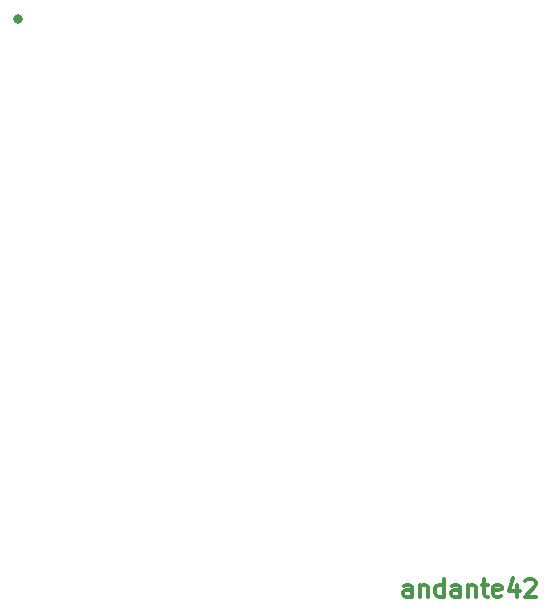
<source format=gtl>
G04 #@! TF.GenerationSoftware,KiCad,Pcbnew,(5.1.4)-1*
G04 #@! TF.CreationDate,2021-01-05T09:44:38-08:00*
G04 #@! TF.ProjectId,andante-classic,616e6461-6e74-4652-9d63-6c6173736963,rev?*
G04 #@! TF.SameCoordinates,Original*
G04 #@! TF.FileFunction,Copper,L1,Top*
G04 #@! TF.FilePolarity,Positive*
%FSLAX46Y46*%
G04 Gerber Fmt 4.6, Leading zero omitted, Abs format (unit mm)*
G04 Created by KiCad (PCBNEW (5.1.4)-1) date 2021-01-05 09:44:38*
%MOMM*%
%LPD*%
G04 APERTURE LIST*
%ADD10C,0.300000*%
%ADD11C,0.800000*%
G04 APERTURE END LIST*
D10*
X198637142Y-180548571D02*
X198637142Y-179762857D01*
X198565714Y-179620000D01*
X198422857Y-179548571D01*
X198137142Y-179548571D01*
X197994285Y-179620000D01*
X198637142Y-180477142D02*
X198494285Y-180548571D01*
X198137142Y-180548571D01*
X197994285Y-180477142D01*
X197922857Y-180334285D01*
X197922857Y-180191428D01*
X197994285Y-180048571D01*
X198137142Y-179977142D01*
X198494285Y-179977142D01*
X198637142Y-179905714D01*
X199351428Y-179548571D02*
X199351428Y-180548571D01*
X199351428Y-179691428D02*
X199422857Y-179620000D01*
X199565714Y-179548571D01*
X199780000Y-179548571D01*
X199922857Y-179620000D01*
X199994285Y-179762857D01*
X199994285Y-180548571D01*
X201351428Y-180548571D02*
X201351428Y-179048571D01*
X201351428Y-180477142D02*
X201208571Y-180548571D01*
X200922857Y-180548571D01*
X200780000Y-180477142D01*
X200708571Y-180405714D01*
X200637142Y-180262857D01*
X200637142Y-179834285D01*
X200708571Y-179691428D01*
X200780000Y-179620000D01*
X200922857Y-179548571D01*
X201208571Y-179548571D01*
X201351428Y-179620000D01*
X202708571Y-180548571D02*
X202708571Y-179762857D01*
X202637142Y-179620000D01*
X202494285Y-179548571D01*
X202208571Y-179548571D01*
X202065714Y-179620000D01*
X202708571Y-180477142D02*
X202565714Y-180548571D01*
X202208571Y-180548571D01*
X202065714Y-180477142D01*
X201994285Y-180334285D01*
X201994285Y-180191428D01*
X202065714Y-180048571D01*
X202208571Y-179977142D01*
X202565714Y-179977142D01*
X202708571Y-179905714D01*
X203422857Y-179548571D02*
X203422857Y-180548571D01*
X203422857Y-179691428D02*
X203494285Y-179620000D01*
X203637142Y-179548571D01*
X203851428Y-179548571D01*
X203994285Y-179620000D01*
X204065714Y-179762857D01*
X204065714Y-180548571D01*
X204565714Y-179548571D02*
X205137142Y-179548571D01*
X204780000Y-179048571D02*
X204780000Y-180334285D01*
X204851428Y-180477142D01*
X204994285Y-180548571D01*
X205137142Y-180548571D01*
X206208571Y-180477142D02*
X206065714Y-180548571D01*
X205780000Y-180548571D01*
X205637142Y-180477142D01*
X205565714Y-180334285D01*
X205565714Y-179762857D01*
X205637142Y-179620000D01*
X205780000Y-179548571D01*
X206065714Y-179548571D01*
X206208571Y-179620000D01*
X206280000Y-179762857D01*
X206280000Y-179905714D01*
X205565714Y-180048571D01*
X207565714Y-179548571D02*
X207565714Y-180548571D01*
X207208571Y-178977142D02*
X206851428Y-180048571D01*
X207780000Y-180048571D01*
X208280000Y-179191428D02*
X208351428Y-179120000D01*
X208494285Y-179048571D01*
X208851428Y-179048571D01*
X208994285Y-179120000D01*
X209065714Y-179191428D01*
X209137142Y-179334285D01*
X209137142Y-179477142D01*
X209065714Y-179691428D01*
X208208571Y-180548571D01*
X209137142Y-180548571D01*
D11*
X165300000Y-131640000D03*
M02*

</source>
